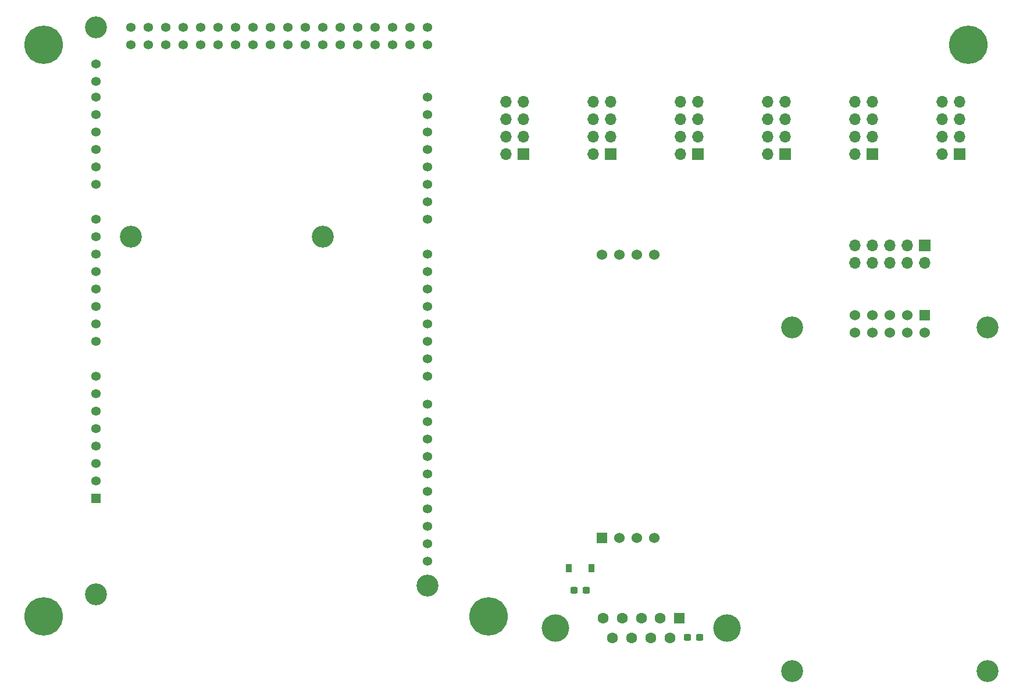
<source format=gbs>
G04 #@! TF.GenerationSoftware,KiCad,Pcbnew,6.0.9-8da3e8f707~116~ubuntu20.04.1*
G04 #@! TF.CreationDate,2023-03-28T16:44:36+02:00*
G04 #@! TF.ProjectId,six_to_six_control,7369785f-746f-45f7-9369-785f636f6e74,rev?*
G04 #@! TF.SameCoordinates,Original*
G04 #@! TF.FileFunction,Soldermask,Bot*
G04 #@! TF.FilePolarity,Negative*
%FSLAX46Y46*%
G04 Gerber Fmt 4.6, Leading zero omitted, Abs format (unit mm)*
G04 Created by KiCad (PCBNEW 6.0.9-8da3e8f707~116~ubuntu20.04.1) date 2023-03-28 16:44:36*
%MOMM*%
%LPD*%
G01*
G04 APERTURE LIST*
G04 Aperture macros list*
%AMRoundRect*
0 Rectangle with rounded corners*
0 $1 Rounding radius*
0 $2 $3 $4 $5 $6 $7 $8 $9 X,Y pos of 4 corners*
0 Add a 4 corners polygon primitive as box body*
4,1,4,$2,$3,$4,$5,$6,$7,$8,$9,$2,$3,0*
0 Add four circle primitives for the rounded corners*
1,1,$1+$1,$2,$3*
1,1,$1+$1,$4,$5*
1,1,$1+$1,$6,$7*
1,1,$1+$1,$8,$9*
0 Add four rect primitives between the rounded corners*
20,1,$1+$1,$2,$3,$4,$5,0*
20,1,$1+$1,$4,$5,$6,$7,0*
20,1,$1+$1,$6,$7,$8,$9,0*
20,1,$1+$1,$8,$9,$2,$3,0*%
G04 Aperture macros list end*
%ADD10C,4.000000*%
%ADD11R,1.600000X1.600000*%
%ADD12C,1.600000*%
%ADD13R,1.530000X1.530000*%
%ADD14C,1.530000*%
%ADD15R,1.700000X1.700000*%
%ADD16O,1.700000X1.700000*%
%ADD17C,5.600000*%
%ADD18C,3.200000*%
%ADD19RoundRect,0.237500X-0.300000X-0.237500X0.300000X-0.237500X0.300000X0.237500X-0.300000X0.237500X0*%
%ADD20C,1.358000*%
%ADD21R,1.358000X1.358000*%
%ADD22R,0.900000X1.200000*%
G04 APERTURE END LIST*
D10*
X155785000Y-129944000D03*
X180785000Y-129944000D03*
D11*
X173825000Y-128524000D03*
D12*
X171055000Y-128524000D03*
X168285000Y-128524000D03*
X165515000Y-128524000D03*
X162745000Y-128524000D03*
X172440000Y-131364000D03*
X169670000Y-131364000D03*
X166900000Y-131364000D03*
X164130000Y-131364000D03*
D13*
X162560000Y-116841500D03*
D14*
X165100000Y-116841500D03*
X167640000Y-116841500D03*
X170180000Y-116841500D03*
X170180000Y-75621500D03*
X167640000Y-75621500D03*
X165100000Y-75621500D03*
X162560000Y-75621500D03*
D15*
X201930000Y-60960000D03*
D16*
X199390000Y-60960000D03*
X201930000Y-58420000D03*
X199390000Y-58420000D03*
X201930000Y-55880000D03*
X199390000Y-55880000D03*
X201930000Y-53340000D03*
X199390000Y-53340000D03*
D15*
X151130000Y-60960000D03*
D16*
X148590000Y-60960000D03*
X151130000Y-58420000D03*
X148590000Y-58420000D03*
X151130000Y-55880000D03*
X148590000Y-55880000D03*
X151130000Y-53340000D03*
X148590000Y-53340000D03*
D15*
X189230000Y-60960000D03*
D16*
X186690000Y-60960000D03*
X189230000Y-58420000D03*
X186690000Y-58420000D03*
X189230000Y-55880000D03*
X186690000Y-55880000D03*
X189230000Y-53340000D03*
X186690000Y-53340000D03*
D17*
X81280000Y-128270000D03*
D15*
X209550000Y-74295000D03*
D16*
X209550000Y-76835000D03*
X207010000Y-74295000D03*
X207010000Y-76835000D03*
X204470000Y-74295000D03*
X204470000Y-76835000D03*
X201930000Y-74295000D03*
X201930000Y-76835000D03*
X199390000Y-74295000D03*
X199390000Y-76835000D03*
D17*
X146050000Y-128270000D03*
X215900000Y-45085000D03*
D15*
X163830000Y-60960000D03*
D16*
X161290000Y-60960000D03*
X163830000Y-58420000D03*
X161290000Y-58420000D03*
X163830000Y-55880000D03*
X161290000Y-55880000D03*
X163830000Y-53340000D03*
X161290000Y-53340000D03*
D18*
X218694000Y-136271000D03*
X218694000Y-86233000D03*
X190246000Y-86233000D03*
X190246000Y-136271000D03*
D13*
X209550000Y-84455000D03*
D14*
X209550000Y-86995000D03*
X207010000Y-84455000D03*
X207010000Y-86995000D03*
X204470000Y-84455000D03*
X204470000Y-86995000D03*
X201930000Y-84455000D03*
X201930000Y-86995000D03*
X199390000Y-84455000D03*
X199390000Y-86995000D03*
D17*
X81280000Y-45085000D03*
D15*
X176530000Y-60970000D03*
D16*
X173990000Y-60970000D03*
X176530000Y-58430000D03*
X173990000Y-58430000D03*
X176530000Y-55890000D03*
X173990000Y-55890000D03*
X176530000Y-53350000D03*
X173990000Y-53350000D03*
D15*
X214630000Y-60960000D03*
D16*
X212090000Y-60960000D03*
X214630000Y-58420000D03*
X212090000Y-58420000D03*
X214630000Y-55880000D03*
X212090000Y-55880000D03*
X214630000Y-53340000D03*
X212090000Y-53340000D03*
D19*
X160247500Y-124460000D03*
X158522500Y-124460000D03*
D18*
X88900000Y-42545000D03*
X93980000Y-73025000D03*
X88900000Y-125095000D03*
X121920000Y-73025000D03*
X137160000Y-123825000D03*
D20*
X137160000Y-75565000D03*
X137160000Y-78105000D03*
X137160000Y-80645000D03*
X137160000Y-83185000D03*
X88900000Y-103505000D03*
X137160000Y-85725000D03*
X137160000Y-88265000D03*
X88900000Y-100965000D03*
X137160000Y-45085000D03*
X137160000Y-42545000D03*
X137160000Y-90805000D03*
X137160000Y-93345000D03*
X137160000Y-97409000D03*
X137160000Y-99949000D03*
X137160000Y-102489000D03*
X137160000Y-105029000D03*
X137160000Y-107569000D03*
X137160000Y-110109000D03*
X137160000Y-70485000D03*
X137160000Y-67945000D03*
X137160000Y-65405000D03*
X137160000Y-62865000D03*
X137160000Y-60325000D03*
X137160000Y-57785000D03*
X137160000Y-55245000D03*
X137160000Y-52705000D03*
X134620000Y-45085000D03*
X134620000Y-42545000D03*
X132080000Y-45085000D03*
X132080000Y-42545000D03*
X129540000Y-45085000D03*
X129540000Y-42545000D03*
X127000000Y-45085000D03*
X127000000Y-42545000D03*
X124460000Y-45085000D03*
X124460000Y-42545000D03*
X121920000Y-45085000D03*
X121920000Y-42545000D03*
X119380000Y-45085000D03*
X119380000Y-42545000D03*
X116840000Y-45085000D03*
X116840000Y-42545000D03*
X114300000Y-45085000D03*
X114300000Y-42545000D03*
X111760000Y-45085000D03*
X111760000Y-42545000D03*
X109220000Y-45085000D03*
X109220000Y-42545000D03*
X106680000Y-45085000D03*
X106680000Y-42545000D03*
X104140000Y-45085000D03*
X104140000Y-42545000D03*
X101600000Y-45085000D03*
X101600000Y-42545000D03*
X99060000Y-45085000D03*
X99060000Y-42545000D03*
X96520000Y-45085000D03*
X96520000Y-42545000D03*
X88900000Y-88265000D03*
X88900000Y-85725000D03*
X88900000Y-83185000D03*
X88900000Y-80645000D03*
X88900000Y-78105000D03*
X88900000Y-75565000D03*
X88900000Y-73025000D03*
X88900000Y-70485000D03*
X88900000Y-65405000D03*
X88900000Y-62865000D03*
X88900000Y-60325000D03*
X88900000Y-57785000D03*
X88900000Y-55245000D03*
X88900000Y-52705000D03*
X88900000Y-50419000D03*
X88900000Y-47879000D03*
X137160000Y-115189000D03*
X88900000Y-98425000D03*
X88900000Y-95885000D03*
X137160000Y-112649000D03*
X93980000Y-45085000D03*
X93980000Y-42545000D03*
X88900000Y-108585000D03*
D21*
X88900000Y-111125000D03*
D20*
X88900000Y-106045000D03*
X137160000Y-120269000D03*
X137160000Y-117729000D03*
X88900000Y-93345000D03*
D22*
X157735000Y-121285000D03*
X161035000Y-121285000D03*
D19*
X175032500Y-131339300D03*
X176757500Y-131339300D03*
M02*

</source>
